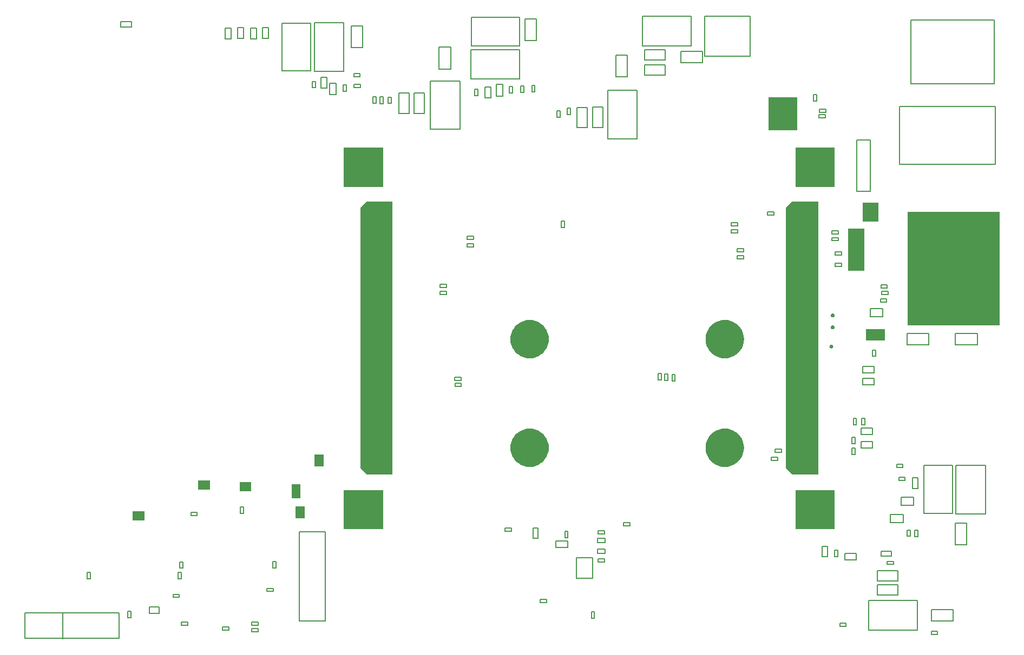
<source format=gbr>
G04*
G04 #@! TF.GenerationSoftware,Altium Limited,Altium Designer,23.7.1 (13)*
G04*
G04 Layer_Color=8388736*
%FSLAX25Y25*%
%MOIN*%
G70*
G04*
G04 #@! TF.SameCoordinates,27D51526-8311-448D-B6E4-34D2AC34C314*
G04*
G04*
G04 #@! TF.FilePolarity,Positive*
G04*
G01*
G75*
%ADD11C,0.00787*%
G36*
X446286Y-49759D02*
X428571D01*
Y-29681D01*
X446286D01*
Y-49759D01*
D02*
G37*
G36*
X469181Y-84827D02*
X445047D01*
Y-60694D01*
X469181D01*
Y-84827D01*
D02*
G37*
G36*
X191031D02*
X166897D01*
Y-60694D01*
X191031D01*
Y-84827D01*
D02*
G37*
G36*
X496314Y-106242D02*
X486472D01*
Y-94431D01*
X496314D01*
Y-106242D01*
D02*
G37*
G36*
X487614Y-136597D02*
X477378D01*
Y-110613D01*
X487614D01*
Y-136597D01*
D02*
G37*
G36*
X468383Y-163059D02*
X468774Y-163321D01*
X469034Y-163711D01*
X469126Y-164172D01*
X469034Y-164633D01*
X468947Y-164764D01*
X468774Y-165024D01*
X468383Y-165285D01*
X467922Y-165376D01*
X467461Y-165285D01*
X467070Y-165024D01*
X466897Y-164764D01*
X466809Y-164633D01*
X466718Y-164172D01*
X466809Y-163711D01*
X467070Y-163321D01*
X467461Y-163059D01*
X467922Y-162968D01*
X468383Y-163059D01*
D02*
G37*
G36*
X570827Y-170395D02*
X514173D01*
Y-100336D01*
X570827D01*
Y-170395D01*
D02*
G37*
G36*
X468483Y-170385D02*
X468873Y-170646D01*
X469134Y-171037D01*
X469226Y-171498D01*
X469134Y-171958D01*
X469047Y-172089D01*
X468873Y-172349D01*
X468483Y-172610D01*
X468022Y-172702D01*
X467561Y-172610D01*
X467170Y-172349D01*
X466997Y-172089D01*
X466909Y-171958D01*
X466818Y-171498D01*
X466909Y-171037D01*
X467170Y-170646D01*
X467561Y-170385D01*
X468022Y-170293D01*
X468483Y-170385D01*
D02*
G37*
G36*
X500162Y-179470D02*
X488351D01*
Y-172580D01*
X500162D01*
Y-179470D01*
D02*
G37*
G36*
X467648Y-182187D02*
X468038Y-182448D01*
X468299Y-182838D01*
X468391Y-183299D01*
X468299Y-183760D01*
X468212Y-183891D01*
X468038Y-184151D01*
X467648Y-184412D01*
X467187Y-184504D01*
X466726Y-184412D01*
X466335Y-184151D01*
X466162Y-183891D01*
X466074Y-183760D01*
X465982Y-183299D01*
X466074Y-182838D01*
X466335Y-182448D01*
X466726Y-182187D01*
X467187Y-182095D01*
X467648Y-182187D01*
D02*
G37*
G36*
X403416Y-167082D02*
X405224Y-167516D01*
X406941Y-168228D01*
X408526Y-169199D01*
X409940Y-170406D01*
X411147Y-171820D01*
X412119Y-173405D01*
X412830Y-175123D01*
X413264Y-176931D01*
X413410Y-178784D01*
X413264Y-180637D01*
X412830Y-182445D01*
X412119Y-184163D01*
X411147Y-185748D01*
X409940Y-187162D01*
X408526Y-188369D01*
X406941Y-189340D01*
X405224Y-190052D01*
X403416Y-190486D01*
X401562Y-190632D01*
X399709Y-190486D01*
X397901Y-190052D01*
X396184Y-189340D01*
X395655Y-189016D01*
X394599Y-188369D01*
X393185Y-187162D01*
X391978Y-185748D01*
X391006Y-184163D01*
X390295Y-182445D01*
X389861Y-180637D01*
X389715Y-178784D01*
X389861Y-176931D01*
X390295Y-175123D01*
X391006Y-173405D01*
X391978Y-171820D01*
X393185Y-170406D01*
X394599Y-169199D01*
X395655Y-168552D01*
X396184Y-168228D01*
X397901Y-167516D01*
X399709Y-167082D01*
X401562Y-166937D01*
X403416Y-167082D01*
D02*
G37*
G36*
X283219Y-167082D02*
X285027Y-167516D01*
X286744Y-168228D01*
X288329Y-169199D01*
X289743Y-170407D01*
X290950Y-171820D01*
X291922Y-173405D01*
X292633Y-175123D01*
X293067Y-176931D01*
X293213Y-178784D01*
X293067Y-180637D01*
X292633Y-182445D01*
X291922Y-184163D01*
X290950Y-185748D01*
X289743Y-187162D01*
X288329Y-188369D01*
X286744Y-189340D01*
X285027Y-190052D01*
X283219Y-190486D01*
X281366Y-190632D01*
X279512Y-190486D01*
X277705Y-190052D01*
X275987Y-189340D01*
X275458Y-189016D01*
X274402Y-188369D01*
X272988Y-187162D01*
X271781Y-185748D01*
X270809Y-184163D01*
X270098Y-182445D01*
X269664Y-180637D01*
X269518Y-178784D01*
X269664Y-176931D01*
X270098Y-175123D01*
X270809Y-173405D01*
X271781Y-171820D01*
X272988Y-170407D01*
X274402Y-169199D01*
X275458Y-168552D01*
X275987Y-168228D01*
X277705Y-167516D01*
X279512Y-167082D01*
X281366Y-166937D01*
X283219Y-167082D01*
D02*
G37*
G36*
X154563Y-257107D02*
X148855D01*
Y-249824D01*
X154563D01*
Y-257107D01*
D02*
G37*
G36*
X403416Y-234051D02*
X405224Y-234485D01*
X406941Y-235196D01*
X408526Y-236168D01*
X409940Y-237375D01*
X411147Y-238789D01*
X412119Y-240374D01*
X412830Y-242091D01*
X413264Y-243899D01*
X413410Y-245753D01*
X413264Y-247606D01*
X412830Y-249414D01*
X412119Y-251131D01*
X411147Y-252716D01*
X409940Y-254130D01*
X408526Y-255337D01*
X406941Y-256309D01*
X405224Y-257020D01*
X403416Y-257454D01*
X401562Y-257600D01*
X399709Y-257454D01*
X397901Y-257020D01*
X396184Y-256309D01*
X395655Y-255985D01*
X394599Y-255337D01*
X393185Y-254130D01*
X391978Y-252716D01*
X391006Y-251131D01*
X390295Y-249414D01*
X389861Y-247606D01*
X389715Y-245753D01*
X389861Y-243899D01*
X390295Y-242091D01*
X391006Y-240374D01*
X391978Y-238789D01*
X393185Y-237375D01*
X394599Y-236168D01*
X395655Y-235520D01*
X396184Y-235196D01*
X397901Y-234485D01*
X399709Y-234051D01*
X401562Y-233905D01*
X403416Y-234051D01*
D02*
G37*
G36*
X283219Y-234051D02*
X285027Y-234485D01*
X286744Y-235196D01*
X288329Y-236168D01*
X289743Y-237375D01*
X290950Y-238789D01*
X291922Y-240374D01*
X292633Y-242091D01*
X293067Y-243899D01*
X293213Y-245753D01*
X293067Y-247606D01*
X292633Y-249414D01*
X291922Y-251131D01*
X290950Y-252716D01*
X289743Y-254130D01*
X288329Y-255337D01*
X286744Y-256309D01*
X285027Y-257020D01*
X283219Y-257454D01*
X281366Y-257600D01*
X279512Y-257454D01*
X277705Y-257020D01*
X275987Y-256309D01*
X275458Y-255985D01*
X274402Y-255337D01*
X272988Y-254130D01*
X271781Y-252716D01*
X270809Y-251131D01*
X270098Y-249414D01*
X269664Y-247606D01*
X269518Y-245753D01*
X269664Y-243899D01*
X270098Y-242091D01*
X270809Y-240374D01*
X271781Y-238789D01*
X272988Y-237375D01*
X274402Y-236168D01*
X275458Y-235520D01*
X275987Y-235196D01*
X277705Y-234485D01*
X279512Y-234051D01*
X281366Y-233905D01*
X283219Y-234051D01*
D02*
G37*
G36*
X459007Y-262347D02*
X443259D01*
X439322Y-258410D01*
Y-97701D01*
X443259Y-93764D01*
X459007D01*
Y-262347D01*
D02*
G37*
G36*
X196755D02*
X181007D01*
X177070Y-258410D01*
Y-97701D01*
X181007Y-93764D01*
X196755D01*
Y-262347D01*
D02*
G37*
G36*
X84525Y-271555D02*
X77241D01*
Y-265846D01*
X84525D01*
Y-271555D01*
D02*
G37*
G36*
X110002Y-272539D02*
X102718D01*
Y-266831D01*
X110002D01*
Y-272539D01*
D02*
G37*
G36*
X140116Y-276892D02*
X134761D01*
Y-268231D01*
X140116D01*
Y-276892D01*
D02*
G37*
G36*
X142932Y-289339D02*
X137223D01*
Y-282056D01*
X142932D01*
Y-289339D01*
D02*
G37*
G36*
X44193Y-290650D02*
X36909D01*
Y-284941D01*
X44193D01*
Y-290650D01*
D02*
G37*
G36*
X469181Y-296048D02*
X445047D01*
Y-271914D01*
X469181D01*
Y-296048D01*
D02*
G37*
G36*
X191031D02*
X166897D01*
Y-271914D01*
X191031D01*
Y-296048D01*
D02*
G37*
D11*
X528723Y-345505D02*
X542109D01*
Y-352592D02*
Y-345505D01*
X528723Y-352592D02*
X542109D01*
X528723D02*
Y-345505D01*
X409302Y-124983D02*
Y-123014D01*
Y-124983D02*
X413239D01*
Y-123014D01*
X409302D02*
X413239D01*
X409102Y-129287D02*
Y-127319D01*
Y-129287D02*
X413039D01*
Y-127319D01*
X409102D02*
X413039D01*
X230074Y-151171D02*
Y-149203D01*
X226137D02*
X230074D01*
X226137Y-151171D02*
Y-149203D01*
Y-151171D02*
X230074D01*
Y-146848D02*
Y-144880D01*
X226137D02*
X230074D01*
X226137Y-146848D02*
Y-144880D01*
Y-146848D02*
X230074D01*
X239293Y-207799D02*
Y-205830D01*
X235356D02*
X239293D01*
X235356Y-207799D02*
Y-205830D01*
Y-207799D02*
X239293D01*
X239160Y-204105D02*
Y-202137D01*
X235223D02*
X239160D01*
X235223Y-204105D02*
Y-202137D01*
Y-204105D02*
X239160D01*
X246902Y-121926D02*
Y-119957D01*
X242965D02*
X246902D01*
X242965Y-121926D02*
Y-119957D01*
Y-121926D02*
X246902D01*
Y-117295D02*
Y-115326D01*
X242965D02*
X246902D01*
X242965Y-117295D02*
Y-115326D01*
Y-117295D02*
X246902D01*
X405437Y-108950D02*
Y-106982D01*
Y-108950D02*
X409374D01*
Y-106982D01*
X405437D02*
X409374D01*
X405437Y-113286D02*
Y-111317D01*
Y-113286D02*
X409374D01*
Y-111317D01*
X405437D02*
X409374D01*
X532634Y-360757D02*
Y-358789D01*
X528697D02*
X532634D01*
X528697Y-360757D02*
Y-358789D01*
Y-360757D02*
X532634D01*
X475569Y-314918D02*
Y-310981D01*
Y-314918D02*
X482655D01*
Y-310981D01*
X475569D02*
X482655D01*
X476299Y-355828D02*
Y-353859D01*
X472362D02*
X476299D01*
X472362Y-355828D02*
Y-353859D01*
Y-355828D02*
X476299D01*
X339324Y-293936D02*
Y-291967D01*
Y-293936D02*
X343262D01*
Y-291967D01*
X339324D02*
X343262D01*
X461652Y-312846D02*
X464802D01*
Y-306547D01*
X461652D02*
X464802D01*
X461652Y-312846D02*
Y-306547D01*
X469120Y-309008D02*
X471088D01*
X469120Y-312945D02*
Y-309008D01*
Y-312945D02*
X471088D01*
Y-309008D01*
X319353Y-347050D02*
X321322D01*
X319353Y-350987D02*
Y-347050D01*
Y-350987D02*
X321322D01*
Y-347050D01*
X310199Y-313616D02*
X320239D01*
X310199Y-326411D02*
Y-313616D01*
Y-326411D02*
X320239D01*
Y-313616D01*
X323487Y-298989D02*
Y-297020D01*
Y-298989D02*
X327424D01*
Y-297020D01*
X323487D02*
X327424D01*
X323093Y-304340D02*
Y-301584D01*
Y-304340D02*
X327818D01*
Y-301584D01*
X323093D02*
X327818D01*
X323487Y-316253D02*
Y-314284D01*
Y-316253D02*
X327424D01*
Y-314284D01*
X323487D02*
X327424D01*
X323093Y-311037D02*
Y-308282D01*
Y-311037D02*
X327818D01*
Y-308282D01*
X323093D02*
X327818D01*
X297594Y-307324D02*
Y-303387D01*
Y-307324D02*
X304681D01*
Y-303387D01*
X297594D02*
X304681D01*
X303031Y-297340D02*
X305000D01*
X303031Y-301277D02*
Y-297340D01*
Y-301277D02*
X305000D01*
Y-297340D01*
X291923Y-341322D02*
Y-339354D01*
X287986D02*
X291923D01*
X287986Y-341322D02*
Y-339354D01*
Y-341322D02*
X291923D01*
X283467Y-301607D02*
X286617D01*
Y-295308D01*
X283467D02*
X286617D01*
X283467Y-301607D02*
Y-295308D01*
X266110Y-297348D02*
Y-295379D01*
Y-297348D02*
X270047D01*
Y-295379D01*
X266110D02*
X270047D01*
X543914Y-256500D02*
X562024D01*
X543914Y-286422D02*
Y-256500D01*
Y-286422D02*
X562024D01*
Y-256500D01*
X139620Y-297544D02*
X155620D01*
X139620Y-352662D02*
Y-297544D01*
Y-352662D02*
X155620D01*
Y-297544D01*
X480695Y-231513D02*
Y-227576D01*
X482664D01*
Y-231513D02*
Y-227576D01*
X480695Y-231513D02*
X482664D01*
X334583Y-16981D02*
X341669D01*
Y-3595D01*
X334583D02*
X341669D01*
X334583Y-16981D02*
Y-3595D01*
X513819Y-182313D02*
Y-175226D01*
Y-182313D02*
X527205D01*
Y-175226D01*
X513819D02*
X527205D01*
X543661Y-182353D02*
Y-175267D01*
Y-182353D02*
X557047D01*
Y-175267D01*
X543661D02*
X557047D01*
X374473Y-8329D02*
Y-1242D01*
Y-8329D02*
X387859D01*
Y-1242D01*
X374473D02*
X387859D01*
X225596Y-12119D02*
X232682D01*
Y1266D01*
X225596D02*
X232682D01*
X225596Y-12119D02*
Y1266D01*
X495430Y-327759D02*
X508028D01*
X495430D02*
Y-321460D01*
X508028D01*
Y-327759D02*
Y-321460D01*
X495430Y-336559D02*
X508028D01*
X495430D02*
Y-330260D01*
X508028D01*
Y-336559D02*
Y-330260D01*
X490164Y-339994D02*
X520085D01*
Y-358104D02*
Y-339994D01*
X490164Y-358104D02*
X520085D01*
X490164D02*
Y-339994D01*
X516157Y-21325D02*
X567658D01*
Y18175D01*
X516157D02*
X567658D01*
X516157Y-21325D02*
Y18175D01*
X152822Y-23829D02*
Y-17136D01*
X156365D01*
Y-23829D02*
Y-17136D01*
X152822Y-23829D02*
X156365D01*
X184845Y-33264D02*
X186814D01*
Y-29327D01*
X184845D02*
X186814D01*
X184845Y-33264D02*
Y-29327D01*
X65740Y-320079D02*
X67708D01*
Y-316142D01*
X65740D02*
X67708D01*
X65740Y-320079D02*
Y-316142D01*
X8959Y-326483D02*
Y-322546D01*
X10928D01*
Y-326483D02*
Y-322546D01*
X8959Y-326483D02*
X10928D01*
X61717Y-336109D02*
X65654D01*
Y-338077D02*
Y-336109D01*
X61717Y-338077D02*
X65654D01*
X61717D02*
Y-336109D01*
X33799Y-346569D02*
X35768D01*
X33799Y-350506D02*
Y-346569D01*
Y-350506D02*
X35768D01*
Y-346569D01*
X491246Y-87503D02*
Y-56006D01*
X482978Y-87503D02*
X491246D01*
X482978D02*
Y-56006D01*
X491246D01*
X64828Y-326583D02*
X66796D01*
Y-322646D01*
X64828D02*
X66796D01*
X64828Y-326583D02*
Y-322646D01*
X47216Y-347920D02*
X53121D01*
Y-343786D01*
X47216D02*
X53121D01*
X47216Y-347920D02*
Y-343786D01*
X70847Y-355114D02*
Y-353145D01*
X66910D02*
X70847D01*
X66910Y-355114D02*
Y-353145D01*
Y-355114D02*
X70847D01*
X110293Y-355265D02*
Y-353296D01*
Y-355265D02*
X114230D01*
Y-353296D01*
X110293D02*
X114230D01*
X123273Y-319967D02*
X125241D01*
Y-316030D01*
X123273D02*
X125241D01*
X123273Y-319967D02*
Y-316030D01*
X110323Y-359294D02*
Y-357326D01*
Y-359294D02*
X114260D01*
Y-357326D01*
X110323D02*
X114260D01*
X92126Y-358286D02*
Y-356318D01*
Y-358286D02*
X96063D01*
Y-356318D01*
X92126D02*
X96063D01*
X119406Y-334400D02*
Y-332431D01*
Y-334400D02*
X123343D01*
Y-332431D01*
X119406D02*
X123343D01*
X103084Y-286326D02*
X105052D01*
Y-282389D01*
X103084D02*
X105052D01*
X103084Y-286326D02*
Y-282389D01*
X76648Y-287524D02*
Y-285555D01*
X72711D02*
X76648D01*
X72711Y-287524D02*
Y-285555D01*
Y-287524D02*
X76648D01*
X-6112Y-363569D02*
Y-347192D01*
X-29419Y-347585D02*
X28652D01*
X-29419Y-363176D02*
Y-347585D01*
Y-363176D02*
X28652D01*
Y-347585D01*
X329462Y-55285D02*
Y-25364D01*
X347572D01*
Y-55285D02*
Y-25364D01*
X329462Y-55285D02*
X347572D01*
X473532Y-134006D02*
Y-132037D01*
X469595D02*
X473532D01*
X469595Y-134006D02*
Y-132037D01*
Y-134006D02*
X473532D01*
X469595Y-126883D02*
X473532D01*
X469595D02*
Y-124915D01*
X473532D01*
Y-126883D02*
Y-124915D01*
X467625Y-111902D02*
X471561D01*
Y-113870D02*
Y-111902D01*
X467625Y-113870D02*
X471561D01*
X467625D02*
Y-111902D01*
X541776Y-286225D02*
Y-256697D01*
X524059Y-286225D02*
X541776D01*
X524059D02*
Y-256697D01*
X541776D01*
X517096Y-264372D02*
X520640D01*
X517096Y-271065D02*
Y-264372D01*
Y-271065D02*
X520640D01*
Y-264372D01*
X504112Y-312676D02*
Y-309526D01*
X497813D02*
X504112D01*
X497813Y-312676D02*
Y-309526D01*
Y-312676D02*
X504112D01*
X508690Y-265751D02*
Y-263782D01*
Y-265751D02*
X512627D01*
Y-263782D01*
X508690D02*
X512627D01*
X515744Y-300400D02*
Y-296463D01*
X513776Y-300400D02*
X515744D01*
X513776D02*
Y-296463D01*
X515744D01*
X501652Y-317723D02*
X505589D01*
X501652D02*
Y-315755D01*
X505589D01*
Y-317723D02*
Y-315755D01*
X550449Y-305678D02*
Y-292292D01*
X543363Y-305678D02*
X550449D01*
X543363D02*
Y-292292D01*
X550449D01*
X520351Y-300680D02*
Y-296743D01*
X518383Y-300680D02*
X520351D01*
X518383D02*
Y-296743D01*
X520351D01*
X326378Y-48174D02*
Y-35576D01*
X320079Y-48174D02*
X326378D01*
X320079D02*
Y-35576D01*
X326378D01*
X306506Y-40103D02*
Y-36166D01*
X304537Y-40103D02*
X306506D01*
X304537D02*
Y-36166D01*
X306506D01*
X310502Y-35773D02*
X316801D01*
X310502Y-48371D02*
Y-35773D01*
Y-48371D02*
X316801D01*
Y-35773D01*
X300267Y-42039D02*
Y-37905D01*
X298102Y-42039D02*
X300267D01*
X298102D02*
Y-37905D01*
X300267D01*
X245515Y2023D02*
Y19739D01*
Y2023D02*
X275043D01*
Y19739D01*
X245515D02*
X275043D01*
X278451Y5369D02*
X285538D01*
Y18755D01*
X278451D02*
X285538D01*
X278451Y5369D02*
Y18755D01*
X270872Y-26914D02*
Y-22977D01*
X268904Y-26914D02*
X270872D01*
X268904D02*
Y-22977D01*
X270872D01*
X275990Y-22623D02*
X277959D01*
X275990Y-26560D02*
Y-22623D01*
Y-26560D02*
X277959D01*
Y-22623D01*
X264770Y-28765D02*
Y-21678D01*
X260833Y-28765D02*
X264770D01*
X260833D02*
Y-21678D01*
X264770D01*
X284652Y-26264D02*
Y-22327D01*
X282683Y-26264D02*
X284652D01*
X282683D02*
Y-22327D01*
X284652D01*
X245318Y-192D02*
X275239D01*
Y-18302D02*
Y-192D01*
X245318Y-18302D02*
X275239D01*
X245318D02*
Y-192D01*
X350885Y2220D02*
Y20330D01*
Y2220D02*
X380806D01*
Y20330D01*
X350885D02*
X380806D01*
X417178Y-4119D02*
Y20369D01*
X389186D02*
X417178D01*
X389186Y-4119D02*
Y20369D01*
Y-4119D02*
X417178D01*
X300994Y-105905D02*
X302962D01*
X300994Y-109843D02*
Y-105905D01*
Y-109843D02*
X302962D01*
Y-105905D01*
X191328Y-29232D02*
X191328Y-33563D01*
X189163Y-33563D02*
X191328Y-33563D01*
X189163Y-29232D02*
X189163Y-33563D01*
X189163Y-29232D02*
X191328Y-29232D01*
X352251Y-15924D02*
X364849D01*
X352251D02*
Y-9625D01*
X364849D01*
Y-15924D02*
Y-9625D01*
X249452Y-28422D02*
Y-24486D01*
X247484Y-28422D02*
X249452D01*
X247484D02*
Y-24486D01*
X249452D01*
X93882Y6525D02*
Y13218D01*
X97426D01*
Y6525D02*
Y13218D01*
X93882Y6525D02*
X97426D01*
X101575Y6656D02*
Y13349D01*
X105118D01*
Y6656D02*
Y13349D01*
X101575Y6656D02*
X105118D01*
X109532Y6525D02*
Y13218D01*
X113075D01*
Y6525D02*
Y13218D01*
X109532Y6525D02*
X113075D01*
X352251Y-6574D02*
X364849D01*
X352251D02*
Y-274D01*
X364849D01*
Y-6574D02*
Y-274D01*
X116914Y6741D02*
Y13434D01*
X120457D01*
Y6741D02*
Y13434D01*
X116914Y6741D02*
X120457D01*
X568110Y-71063D02*
Y-35236D01*
X509055D02*
X568110D01*
X509055Y-71063D02*
Y-35236D01*
Y-71063D02*
X568110D01*
X29528Y17188D02*
X36220D01*
Y13645D02*
Y17188D01*
X29528Y13645D02*
X36220D01*
X29528D02*
Y17188D01*
X497695Y-147089D02*
X501632D01*
X497695D02*
Y-145121D01*
X501632D01*
Y-147089D02*
Y-145121D01*
X503533Y-292000D02*
X511407D01*
X503533D02*
Y-287078D01*
X511407D01*
Y-292000D02*
Y-287078D01*
X432480Y-248439D02*
X436417D01*
X432480D02*
Y-246471D01*
X436417D01*
Y-248439D02*
Y-246471D01*
X507356Y-257816D02*
X511293D01*
X507356D02*
Y-255847D01*
X511293D01*
Y-257816D02*
Y-255847D01*
X147650Y-19804D02*
X149619D01*
X147650Y-23741D02*
Y-19804D01*
Y-23741D02*
X149619D01*
Y-19804D01*
X498119Y-151125D02*
Y-149156D01*
Y-151125D02*
X502056D01*
Y-149156D01*
X498119D02*
X502056D01*
X427896Y-102189D02*
Y-100221D01*
Y-102189D02*
X431833D01*
Y-100221D01*
X427896D02*
X431833D01*
X434043Y-253701D02*
Y-251732D01*
X430106D02*
X434043D01*
X430106Y-253701D02*
Y-251732D01*
Y-253701D02*
X434043D01*
X517916Y-281226D02*
Y-276305D01*
X510042D02*
X517916D01*
X510042Y-281226D02*
Y-276305D01*
Y-281226D02*
X517916D01*
X479765Y-243279D02*
X481734D01*
Y-239342D01*
X479765D02*
X481734D01*
X479765Y-243279D02*
Y-239342D01*
X491101Y-164762D02*
Y-159841D01*
Y-164762D02*
X498975D01*
Y-159841D01*
X491101D02*
X498975D01*
X501319Y-155991D02*
Y-154022D01*
X497382D02*
X501319D01*
X497382Y-155991D02*
Y-154022D01*
Y-155991D02*
X501319D01*
X485420Y-237614D02*
Y-233677D01*
Y-237614D02*
X492506D01*
Y-233677D01*
X485420D02*
X492506D01*
X486453Y-199475D02*
Y-195538D01*
Y-199475D02*
X493539D01*
Y-195538D01*
X486453D02*
X493539D01*
X485420Y-245779D02*
Y-241842D01*
Y-245779D02*
X492506D01*
Y-241842D01*
X485420D02*
X492506D01*
X486406Y-206975D02*
Y-203038D01*
Y-206975D02*
X493493D01*
Y-203038D01*
X486406D02*
X493493D01*
X456250Y-31858D02*
X458218D01*
Y-27921D01*
X456250D02*
X458218D01*
X456250Y-31858D02*
Y-27921D01*
X459921Y-38933D02*
Y-36964D01*
Y-38933D02*
X463858D01*
Y-36964D01*
X459921D02*
X463858D01*
X459527Y-42217D02*
Y-40249D01*
Y-42217D02*
X463464D01*
Y-40249D01*
X459527D02*
X463464D01*
X492429Y-185434D02*
X494398D01*
X492429Y-189371D02*
Y-185434D01*
Y-189371D02*
X494398D01*
Y-185434D01*
X467625Y-118072D02*
Y-116104D01*
Y-118072D02*
X471561D01*
Y-116104D01*
X467625D02*
X471561D01*
X360440Y-199922D02*
X362408D01*
X360440Y-203859D02*
Y-199922D01*
Y-203859D02*
X362408D01*
Y-199922D01*
X364564Y-200181D02*
X366533D01*
X364564Y-204118D02*
Y-200181D01*
Y-204118D02*
X366533D01*
Y-200181D01*
X369014Y-200571D02*
X370983D01*
X369014Y-204508D02*
Y-200571D01*
Y-204508D02*
X370983D01*
Y-200571D01*
X485920Y-231551D02*
X487889D01*
Y-227614D01*
X485920D02*
X487889D01*
X485920Y-231551D02*
Y-227614D01*
X479765Y-246070D02*
X481734D01*
X479765Y-250007D02*
Y-246070D01*
Y-250007D02*
X481734D01*
Y-246070D01*
X171462Y1046D02*
X178548D01*
Y14432D01*
X171462D02*
X178548D01*
X171462Y1046D02*
Y14432D01*
X173036Y-17002D02*
Y-15033D01*
Y-17002D02*
X176973D01*
Y-15033D01*
X173036D02*
X176973D01*
X173332Y-23602D02*
Y-21634D01*
Y-23602D02*
X177269D01*
Y-21634D01*
X173332D02*
X177269D01*
X166442Y-21973D02*
X168410D01*
X166442Y-25910D02*
Y-21973D01*
Y-25910D02*
X168410D01*
Y-21973D01*
X158211Y-20780D02*
X162148D01*
X158211Y-27866D02*
Y-20780D01*
Y-27866D02*
X162148D01*
Y-20780D01*
X148824Y16381D02*
X166934D01*
X148824Y-13541D02*
Y16381D01*
Y-13541D02*
X166934D01*
Y16381D01*
X128695Y16223D02*
X146412D01*
X128695Y-13304D02*
Y16223D01*
Y-13304D02*
X146412D01*
Y16223D01*
X200891Y-26907D02*
X207190D01*
X200891Y-39505D02*
Y-26907D01*
Y-39505D02*
X207190D01*
Y-26907D01*
X210236D02*
X216535D01*
X210236Y-39505D02*
Y-26907D01*
Y-39505D02*
X216535D01*
Y-26907D01*
X220237Y-49348D02*
X238347D01*
Y-19426D01*
X220237D02*
X238347D01*
X220237Y-49348D02*
Y-19426D01*
X194112Y-29429D02*
X196080D01*
X194112Y-33366D02*
Y-29429D01*
Y-33366D02*
X196080D01*
Y-29429D01*
X253935Y-29800D02*
X257478D01*
Y-23108D01*
X253935D02*
X257478D01*
X253935Y-29800D02*
Y-23108D01*
M02*

</source>
